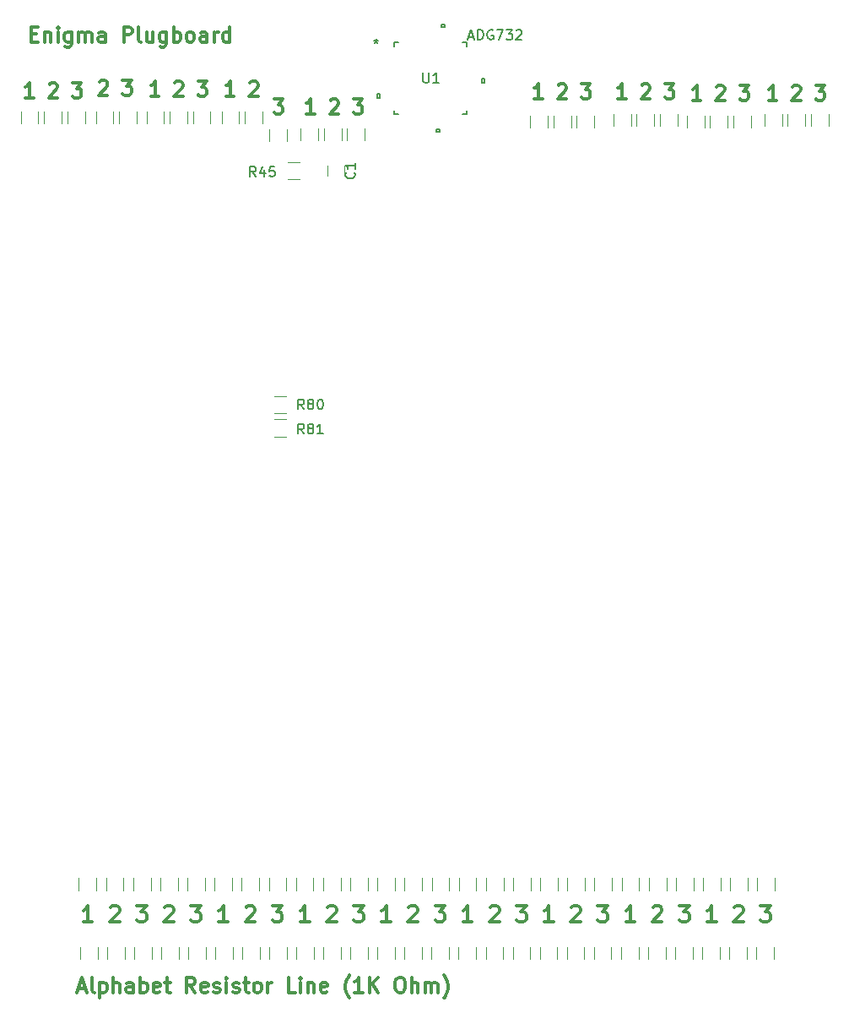
<source format=gto>
G04 #@! TF.GenerationSoftware,KiCad,Pcbnew,5.0.0-fee4fd1~66~ubuntu18.04.1*
G04 #@! TF.CreationDate,2018-11-16T02:20:25-05:00*
G04 #@! TF.ProjectId,plugboard,706C7567626F6172642E6B696361645F,rev?*
G04 #@! TF.SameCoordinates,Original*
G04 #@! TF.FileFunction,Legend,Top*
G04 #@! TF.FilePolarity,Positive*
%FSLAX46Y46*%
G04 Gerber Fmt 4.6, Leading zero omitted, Abs format (unit mm)*
G04 Created by KiCad (PCBNEW 5.0.0-fee4fd1~66~ubuntu18.04.1) date Fri Nov 16 02:20:25 2018*
%MOMM*%
%LPD*%
G01*
G04 APERTURE LIST*
%ADD10C,0.300000*%
%ADD11C,0.120000*%
%ADD12C,0.152400*%
%ADD13C,0.150000*%
G04 APERTURE END LIST*
D10*
X99612142Y-83966857D02*
X100112142Y-83966857D01*
X100326428Y-84752571D02*
X99612142Y-84752571D01*
X99612142Y-83252571D01*
X100326428Y-83252571D01*
X100969285Y-83752571D02*
X100969285Y-84752571D01*
X100969285Y-83895428D02*
X101040714Y-83824000D01*
X101183571Y-83752571D01*
X101397857Y-83752571D01*
X101540714Y-83824000D01*
X101612142Y-83966857D01*
X101612142Y-84752571D01*
X102326428Y-84752571D02*
X102326428Y-83752571D01*
X102326428Y-83252571D02*
X102255000Y-83324000D01*
X102326428Y-83395428D01*
X102397857Y-83324000D01*
X102326428Y-83252571D01*
X102326428Y-83395428D01*
X103683571Y-83752571D02*
X103683571Y-84966857D01*
X103612142Y-85109714D01*
X103540714Y-85181142D01*
X103397857Y-85252571D01*
X103183571Y-85252571D01*
X103040714Y-85181142D01*
X103683571Y-84681142D02*
X103540714Y-84752571D01*
X103255000Y-84752571D01*
X103112142Y-84681142D01*
X103040714Y-84609714D01*
X102969285Y-84466857D01*
X102969285Y-84038285D01*
X103040714Y-83895428D01*
X103112142Y-83824000D01*
X103255000Y-83752571D01*
X103540714Y-83752571D01*
X103683571Y-83824000D01*
X104397857Y-84752571D02*
X104397857Y-83752571D01*
X104397857Y-83895428D02*
X104469285Y-83824000D01*
X104612142Y-83752571D01*
X104826428Y-83752571D01*
X104969285Y-83824000D01*
X105040714Y-83966857D01*
X105040714Y-84752571D01*
X105040714Y-83966857D02*
X105112142Y-83824000D01*
X105255000Y-83752571D01*
X105469285Y-83752571D01*
X105612142Y-83824000D01*
X105683571Y-83966857D01*
X105683571Y-84752571D01*
X107040714Y-84752571D02*
X107040714Y-83966857D01*
X106969285Y-83824000D01*
X106826428Y-83752571D01*
X106540714Y-83752571D01*
X106397857Y-83824000D01*
X107040714Y-84681142D02*
X106897857Y-84752571D01*
X106540714Y-84752571D01*
X106397857Y-84681142D01*
X106326428Y-84538285D01*
X106326428Y-84395428D01*
X106397857Y-84252571D01*
X106540714Y-84181142D01*
X106897857Y-84181142D01*
X107040714Y-84109714D01*
X108897857Y-84752571D02*
X108897857Y-83252571D01*
X109469285Y-83252571D01*
X109612142Y-83324000D01*
X109683571Y-83395428D01*
X109755000Y-83538285D01*
X109755000Y-83752571D01*
X109683571Y-83895428D01*
X109612142Y-83966857D01*
X109469285Y-84038285D01*
X108897857Y-84038285D01*
X110612142Y-84752571D02*
X110469285Y-84681142D01*
X110397857Y-84538285D01*
X110397857Y-83252571D01*
X111826428Y-83752571D02*
X111826428Y-84752571D01*
X111183571Y-83752571D02*
X111183571Y-84538285D01*
X111255000Y-84681142D01*
X111397857Y-84752571D01*
X111612142Y-84752571D01*
X111755000Y-84681142D01*
X111826428Y-84609714D01*
X113183571Y-83752571D02*
X113183571Y-84966857D01*
X113112142Y-85109714D01*
X113040714Y-85181142D01*
X112897857Y-85252571D01*
X112683571Y-85252571D01*
X112540714Y-85181142D01*
X113183571Y-84681142D02*
X113040714Y-84752571D01*
X112755000Y-84752571D01*
X112612142Y-84681142D01*
X112540714Y-84609714D01*
X112469285Y-84466857D01*
X112469285Y-84038285D01*
X112540714Y-83895428D01*
X112612142Y-83824000D01*
X112755000Y-83752571D01*
X113040714Y-83752571D01*
X113183571Y-83824000D01*
X113897857Y-84752571D02*
X113897857Y-83252571D01*
X113897857Y-83824000D02*
X114040714Y-83752571D01*
X114326428Y-83752571D01*
X114469285Y-83824000D01*
X114540714Y-83895428D01*
X114612142Y-84038285D01*
X114612142Y-84466857D01*
X114540714Y-84609714D01*
X114469285Y-84681142D01*
X114326428Y-84752571D01*
X114040714Y-84752571D01*
X113897857Y-84681142D01*
X115469285Y-84752571D02*
X115326428Y-84681142D01*
X115255000Y-84609714D01*
X115183571Y-84466857D01*
X115183571Y-84038285D01*
X115255000Y-83895428D01*
X115326428Y-83824000D01*
X115469285Y-83752571D01*
X115683571Y-83752571D01*
X115826428Y-83824000D01*
X115897857Y-83895428D01*
X115969285Y-84038285D01*
X115969285Y-84466857D01*
X115897857Y-84609714D01*
X115826428Y-84681142D01*
X115683571Y-84752571D01*
X115469285Y-84752571D01*
X117255000Y-84752571D02*
X117255000Y-83966857D01*
X117183571Y-83824000D01*
X117040714Y-83752571D01*
X116755000Y-83752571D01*
X116612142Y-83824000D01*
X117255000Y-84681142D02*
X117112142Y-84752571D01*
X116755000Y-84752571D01*
X116612142Y-84681142D01*
X116540714Y-84538285D01*
X116540714Y-84395428D01*
X116612142Y-84252571D01*
X116755000Y-84181142D01*
X117112142Y-84181142D01*
X117255000Y-84109714D01*
X117969285Y-84752571D02*
X117969285Y-83752571D01*
X117969285Y-84038285D02*
X118040714Y-83895428D01*
X118112142Y-83824000D01*
X118255000Y-83752571D01*
X118397857Y-83752571D01*
X119540714Y-84752571D02*
X119540714Y-83252571D01*
X119540714Y-84681142D02*
X119397857Y-84752571D01*
X119112142Y-84752571D01*
X118969285Y-84681142D01*
X118897857Y-84609714D01*
X118826428Y-84466857D01*
X118826428Y-84038285D01*
X118897857Y-83895428D01*
X118969285Y-83824000D01*
X119112142Y-83752571D01*
X119397857Y-83752571D01*
X119540714Y-83824000D01*
X104364571Y-179574000D02*
X105078857Y-179574000D01*
X104221714Y-180002571D02*
X104721714Y-178502571D01*
X105221714Y-180002571D01*
X105935999Y-180002571D02*
X105793142Y-179931142D01*
X105721714Y-179788285D01*
X105721714Y-178502571D01*
X106507428Y-179002571D02*
X106507428Y-180502571D01*
X106507428Y-179074000D02*
X106650285Y-179002571D01*
X106935999Y-179002571D01*
X107078857Y-179074000D01*
X107150285Y-179145428D01*
X107221714Y-179288285D01*
X107221714Y-179716857D01*
X107150285Y-179859714D01*
X107078857Y-179931142D01*
X106935999Y-180002571D01*
X106650285Y-180002571D01*
X106507428Y-179931142D01*
X107864571Y-180002571D02*
X107864571Y-178502571D01*
X108507428Y-180002571D02*
X108507428Y-179216857D01*
X108435999Y-179074000D01*
X108293142Y-179002571D01*
X108078857Y-179002571D01*
X107935999Y-179074000D01*
X107864571Y-179145428D01*
X109864571Y-180002571D02*
X109864571Y-179216857D01*
X109793142Y-179074000D01*
X109650285Y-179002571D01*
X109364571Y-179002571D01*
X109221714Y-179074000D01*
X109864571Y-179931142D02*
X109721714Y-180002571D01*
X109364571Y-180002571D01*
X109221714Y-179931142D01*
X109150285Y-179788285D01*
X109150285Y-179645428D01*
X109221714Y-179502571D01*
X109364571Y-179431142D01*
X109721714Y-179431142D01*
X109864571Y-179359714D01*
X110578857Y-180002571D02*
X110578857Y-178502571D01*
X110578857Y-179074000D02*
X110721714Y-179002571D01*
X111007428Y-179002571D01*
X111150285Y-179074000D01*
X111221714Y-179145428D01*
X111293142Y-179288285D01*
X111293142Y-179716857D01*
X111221714Y-179859714D01*
X111150285Y-179931142D01*
X111007428Y-180002571D01*
X110721714Y-180002571D01*
X110578857Y-179931142D01*
X112507428Y-179931142D02*
X112364571Y-180002571D01*
X112078857Y-180002571D01*
X111935999Y-179931142D01*
X111864571Y-179788285D01*
X111864571Y-179216857D01*
X111935999Y-179074000D01*
X112078857Y-179002571D01*
X112364571Y-179002571D01*
X112507428Y-179074000D01*
X112578857Y-179216857D01*
X112578857Y-179359714D01*
X111864571Y-179502571D01*
X113007428Y-179002571D02*
X113578857Y-179002571D01*
X113221714Y-178502571D02*
X113221714Y-179788285D01*
X113293142Y-179931142D01*
X113435999Y-180002571D01*
X113578857Y-180002571D01*
X116078857Y-180002571D02*
X115578857Y-179288285D01*
X115221714Y-180002571D02*
X115221714Y-178502571D01*
X115793142Y-178502571D01*
X115935999Y-178574000D01*
X116007428Y-178645428D01*
X116078857Y-178788285D01*
X116078857Y-179002571D01*
X116007428Y-179145428D01*
X115935999Y-179216857D01*
X115793142Y-179288285D01*
X115221714Y-179288285D01*
X117293142Y-179931142D02*
X117150285Y-180002571D01*
X116864571Y-180002571D01*
X116721714Y-179931142D01*
X116650285Y-179788285D01*
X116650285Y-179216857D01*
X116721714Y-179074000D01*
X116864571Y-179002571D01*
X117150285Y-179002571D01*
X117293142Y-179074000D01*
X117364571Y-179216857D01*
X117364571Y-179359714D01*
X116650285Y-179502571D01*
X117935999Y-179931142D02*
X118078857Y-180002571D01*
X118364571Y-180002571D01*
X118507428Y-179931142D01*
X118578857Y-179788285D01*
X118578857Y-179716857D01*
X118507428Y-179574000D01*
X118364571Y-179502571D01*
X118150285Y-179502571D01*
X118007428Y-179431142D01*
X117935999Y-179288285D01*
X117935999Y-179216857D01*
X118007428Y-179074000D01*
X118150285Y-179002571D01*
X118364571Y-179002571D01*
X118507428Y-179074000D01*
X119221714Y-180002571D02*
X119221714Y-179002571D01*
X119221714Y-178502571D02*
X119150285Y-178574000D01*
X119221714Y-178645428D01*
X119293142Y-178574000D01*
X119221714Y-178502571D01*
X119221714Y-178645428D01*
X119864571Y-179931142D02*
X120007428Y-180002571D01*
X120293142Y-180002571D01*
X120435999Y-179931142D01*
X120507428Y-179788285D01*
X120507428Y-179716857D01*
X120435999Y-179574000D01*
X120293142Y-179502571D01*
X120078857Y-179502571D01*
X119935999Y-179431142D01*
X119864571Y-179288285D01*
X119864571Y-179216857D01*
X119935999Y-179074000D01*
X120078857Y-179002571D01*
X120293142Y-179002571D01*
X120435999Y-179074000D01*
X120935999Y-179002571D02*
X121507428Y-179002571D01*
X121150285Y-178502571D02*
X121150285Y-179788285D01*
X121221714Y-179931142D01*
X121364571Y-180002571D01*
X121507428Y-180002571D01*
X122221714Y-180002571D02*
X122078857Y-179931142D01*
X122007428Y-179859714D01*
X121936000Y-179716857D01*
X121936000Y-179288285D01*
X122007428Y-179145428D01*
X122078857Y-179074000D01*
X122221714Y-179002571D01*
X122436000Y-179002571D01*
X122578857Y-179074000D01*
X122650285Y-179145428D01*
X122721714Y-179288285D01*
X122721714Y-179716857D01*
X122650285Y-179859714D01*
X122578857Y-179931142D01*
X122436000Y-180002571D01*
X122221714Y-180002571D01*
X123364571Y-180002571D02*
X123364571Y-179002571D01*
X123364571Y-179288285D02*
X123436000Y-179145428D01*
X123507428Y-179074000D01*
X123650285Y-179002571D01*
X123793142Y-179002571D01*
X126150285Y-180002571D02*
X125436000Y-180002571D01*
X125436000Y-178502571D01*
X126650285Y-180002571D02*
X126650285Y-179002571D01*
X126650285Y-178502571D02*
X126578857Y-178574000D01*
X126650285Y-178645428D01*
X126721714Y-178574000D01*
X126650285Y-178502571D01*
X126650285Y-178645428D01*
X127364571Y-179002571D02*
X127364571Y-180002571D01*
X127364571Y-179145428D02*
X127435999Y-179074000D01*
X127578857Y-179002571D01*
X127793142Y-179002571D01*
X127935999Y-179074000D01*
X128007428Y-179216857D01*
X128007428Y-180002571D01*
X129293142Y-179931142D02*
X129150285Y-180002571D01*
X128864571Y-180002571D01*
X128721714Y-179931142D01*
X128650285Y-179788285D01*
X128650285Y-179216857D01*
X128721714Y-179074000D01*
X128864571Y-179002571D01*
X129150285Y-179002571D01*
X129293142Y-179074000D01*
X129364571Y-179216857D01*
X129364571Y-179359714D01*
X128650285Y-179502571D01*
X131578857Y-180574000D02*
X131507428Y-180502571D01*
X131364571Y-180288285D01*
X131293142Y-180145428D01*
X131221714Y-179931142D01*
X131150285Y-179574000D01*
X131150285Y-179288285D01*
X131221714Y-178931142D01*
X131293142Y-178716857D01*
X131364571Y-178574000D01*
X131507428Y-178359714D01*
X131578857Y-178288285D01*
X132935999Y-180002571D02*
X132078857Y-180002571D01*
X132507428Y-180002571D02*
X132507428Y-178502571D01*
X132364571Y-178716857D01*
X132221714Y-178859714D01*
X132078857Y-178931142D01*
X133578857Y-180002571D02*
X133578857Y-178502571D01*
X134436000Y-180002571D02*
X133793142Y-179145428D01*
X134436000Y-178502571D02*
X133578857Y-179359714D01*
X136507428Y-178502571D02*
X136793142Y-178502571D01*
X136936000Y-178574000D01*
X137078857Y-178716857D01*
X137150285Y-179002571D01*
X137150285Y-179502571D01*
X137078857Y-179788285D01*
X136936000Y-179931142D01*
X136793142Y-180002571D01*
X136507428Y-180002571D01*
X136364571Y-179931142D01*
X136221714Y-179788285D01*
X136150285Y-179502571D01*
X136150285Y-179002571D01*
X136221714Y-178716857D01*
X136364571Y-178574000D01*
X136507428Y-178502571D01*
X137793142Y-180002571D02*
X137793142Y-178502571D01*
X138436000Y-180002571D02*
X138436000Y-179216857D01*
X138364571Y-179074000D01*
X138221714Y-179002571D01*
X138007428Y-179002571D01*
X137864571Y-179074000D01*
X137793142Y-179145428D01*
X139150285Y-180002571D02*
X139150285Y-179002571D01*
X139150285Y-179145428D02*
X139221714Y-179074000D01*
X139364571Y-179002571D01*
X139578857Y-179002571D01*
X139721714Y-179074000D01*
X139793142Y-179216857D01*
X139793142Y-180002571D01*
X139793142Y-179216857D02*
X139864571Y-179074000D01*
X140007428Y-179002571D01*
X140221714Y-179002571D01*
X140364571Y-179074000D01*
X140436000Y-179216857D01*
X140436000Y-180002571D01*
X141007428Y-180574000D02*
X141078857Y-180502571D01*
X141221714Y-180288285D01*
X141293142Y-180145428D01*
X141364571Y-179931142D01*
X141436000Y-179574000D01*
X141436000Y-179288285D01*
X141364571Y-178931142D01*
X141293142Y-178716857D01*
X141221714Y-178574000D01*
X141078857Y-178359714D01*
X141007428Y-178288285D01*
X174407285Y-90594571D02*
X173609000Y-90594571D01*
X174008142Y-90594571D02*
X174008142Y-89094571D01*
X173875095Y-89308857D01*
X173742047Y-89451714D01*
X173609000Y-89523142D01*
X176003857Y-89237428D02*
X176070380Y-89166000D01*
X176203428Y-89094571D01*
X176536047Y-89094571D01*
X176669095Y-89166000D01*
X176735619Y-89237428D01*
X176802142Y-89380285D01*
X176802142Y-89523142D01*
X176735619Y-89737428D01*
X175937333Y-90594571D01*
X176802142Y-90594571D01*
X178332190Y-89094571D02*
X179197000Y-89094571D01*
X178731333Y-89666000D01*
X178930904Y-89666000D01*
X179063952Y-89737428D01*
X179130476Y-89808857D01*
X179197000Y-89951714D01*
X179197000Y-90308857D01*
X179130476Y-90451714D01*
X179063952Y-90523142D01*
X178930904Y-90594571D01*
X178531761Y-90594571D01*
X178398714Y-90523142D01*
X178332190Y-90451714D01*
X166787285Y-90594571D02*
X165989000Y-90594571D01*
X166388142Y-90594571D02*
X166388142Y-89094571D01*
X166255095Y-89308857D01*
X166122047Y-89451714D01*
X165989000Y-89523142D01*
X168383857Y-89237428D02*
X168450380Y-89166000D01*
X168583428Y-89094571D01*
X168916047Y-89094571D01*
X169049095Y-89166000D01*
X169115619Y-89237428D01*
X169182142Y-89380285D01*
X169182142Y-89523142D01*
X169115619Y-89737428D01*
X168317333Y-90594571D01*
X169182142Y-90594571D01*
X170712190Y-89094571D02*
X171577000Y-89094571D01*
X171111333Y-89666000D01*
X171310904Y-89666000D01*
X171443952Y-89737428D01*
X171510476Y-89808857D01*
X171577000Y-89951714D01*
X171577000Y-90308857D01*
X171510476Y-90451714D01*
X171443952Y-90523142D01*
X171310904Y-90594571D01*
X170911761Y-90594571D01*
X170778714Y-90523142D01*
X170712190Y-90451714D01*
X159294285Y-90467571D02*
X158496000Y-90467571D01*
X158895142Y-90467571D02*
X158895142Y-88967571D01*
X158762095Y-89181857D01*
X158629047Y-89324714D01*
X158496000Y-89396142D01*
X160890857Y-89110428D02*
X160957380Y-89039000D01*
X161090428Y-88967571D01*
X161423047Y-88967571D01*
X161556095Y-89039000D01*
X161622619Y-89110428D01*
X161689142Y-89253285D01*
X161689142Y-89396142D01*
X161622619Y-89610428D01*
X160824333Y-90467571D01*
X161689142Y-90467571D01*
X163219190Y-88967571D02*
X164084000Y-88967571D01*
X163618333Y-89539000D01*
X163817904Y-89539000D01*
X163950952Y-89610428D01*
X164017476Y-89681857D01*
X164084000Y-89824714D01*
X164084000Y-90181857D01*
X164017476Y-90324714D01*
X163950952Y-90396142D01*
X163817904Y-90467571D01*
X163418761Y-90467571D01*
X163285714Y-90396142D01*
X163219190Y-90324714D01*
X150912285Y-90467571D02*
X150114000Y-90467571D01*
X150513142Y-90467571D02*
X150513142Y-88967571D01*
X150380095Y-89181857D01*
X150247047Y-89324714D01*
X150114000Y-89396142D01*
X152508857Y-89110428D02*
X152575380Y-89039000D01*
X152708428Y-88967571D01*
X153041047Y-88967571D01*
X153174095Y-89039000D01*
X153240619Y-89110428D01*
X153307142Y-89253285D01*
X153307142Y-89396142D01*
X153240619Y-89610428D01*
X152442333Y-90467571D01*
X153307142Y-90467571D01*
X154837190Y-88967571D02*
X155702000Y-88967571D01*
X155236333Y-89539000D01*
X155435904Y-89539000D01*
X155568952Y-89610428D01*
X155635476Y-89681857D01*
X155702000Y-89824714D01*
X155702000Y-90181857D01*
X155635476Y-90324714D01*
X155568952Y-90396142D01*
X155435904Y-90467571D01*
X155036761Y-90467571D01*
X154903714Y-90396142D01*
X154837190Y-90324714D01*
X128052285Y-91991571D02*
X127254000Y-91991571D01*
X127653142Y-91991571D02*
X127653142Y-90491571D01*
X127520095Y-90705857D01*
X127387047Y-90848714D01*
X127254000Y-90920142D01*
X129648857Y-90634428D02*
X129715380Y-90563000D01*
X129848428Y-90491571D01*
X130181047Y-90491571D01*
X130314095Y-90563000D01*
X130380619Y-90634428D01*
X130447142Y-90777285D01*
X130447142Y-90920142D01*
X130380619Y-91134428D01*
X129582333Y-91991571D01*
X130447142Y-91991571D01*
X131977190Y-90491571D02*
X132842000Y-90491571D01*
X132376333Y-91063000D01*
X132575904Y-91063000D01*
X132708952Y-91134428D01*
X132775476Y-91205857D01*
X132842000Y-91348714D01*
X132842000Y-91705857D01*
X132775476Y-91848714D01*
X132708952Y-91920142D01*
X132575904Y-91991571D01*
X132176761Y-91991571D01*
X132043714Y-91920142D01*
X131977190Y-91848714D01*
X123994333Y-90491571D02*
X124859142Y-90491571D01*
X124393476Y-91063000D01*
X124593047Y-91063000D01*
X124726095Y-91134428D01*
X124792619Y-91205857D01*
X124859142Y-91348714D01*
X124859142Y-91705857D01*
X124792619Y-91848714D01*
X124726095Y-91920142D01*
X124593047Y-91991571D01*
X124193904Y-91991571D01*
X124060857Y-91920142D01*
X123994333Y-91848714D01*
X119978714Y-90213571D02*
X119180428Y-90213571D01*
X119579571Y-90213571D02*
X119579571Y-88713571D01*
X119446523Y-88927857D01*
X119313476Y-89070714D01*
X119180428Y-89142142D01*
X121575285Y-88856428D02*
X121641809Y-88785000D01*
X121774857Y-88713571D01*
X122107476Y-88713571D01*
X122240523Y-88785000D01*
X122307047Y-88856428D01*
X122373571Y-88999285D01*
X122373571Y-89142142D01*
X122307047Y-89356428D01*
X121508761Y-90213571D01*
X122373571Y-90213571D01*
X112431285Y-90213571D02*
X111633000Y-90213571D01*
X112032142Y-90213571D02*
X112032142Y-88713571D01*
X111899095Y-88927857D01*
X111766047Y-89070714D01*
X111633000Y-89142142D01*
X114027857Y-88856428D02*
X114094380Y-88785000D01*
X114227428Y-88713571D01*
X114560047Y-88713571D01*
X114693095Y-88785000D01*
X114759619Y-88856428D01*
X114826142Y-88999285D01*
X114826142Y-89142142D01*
X114759619Y-89356428D01*
X113961333Y-90213571D01*
X114826142Y-90213571D01*
X116356190Y-88713571D02*
X117221000Y-88713571D01*
X116755333Y-89285000D01*
X116954904Y-89285000D01*
X117087952Y-89356428D01*
X117154476Y-89427857D01*
X117221000Y-89570714D01*
X117221000Y-89927857D01*
X117154476Y-90070714D01*
X117087952Y-90142142D01*
X116954904Y-90213571D01*
X116555761Y-90213571D01*
X116422714Y-90142142D01*
X116356190Y-90070714D01*
X106480428Y-88729428D02*
X106546952Y-88658000D01*
X106680000Y-88586571D01*
X107012619Y-88586571D01*
X107145666Y-88658000D01*
X107212190Y-88729428D01*
X107278714Y-88872285D01*
X107278714Y-89015142D01*
X107212190Y-89229428D01*
X106413904Y-90086571D01*
X107278714Y-90086571D01*
X108808761Y-88586571D02*
X109673571Y-88586571D01*
X109207904Y-89158000D01*
X109407476Y-89158000D01*
X109540523Y-89229428D01*
X109607047Y-89300857D01*
X109673571Y-89443714D01*
X109673571Y-89800857D01*
X109607047Y-89943714D01*
X109540523Y-90015142D01*
X109407476Y-90086571D01*
X109008333Y-90086571D01*
X108875285Y-90015142D01*
X108808761Y-89943714D01*
X99858285Y-90340571D02*
X99060000Y-90340571D01*
X99459142Y-90340571D02*
X99459142Y-88840571D01*
X99326095Y-89054857D01*
X99193047Y-89197714D01*
X99060000Y-89269142D01*
X101454857Y-88983428D02*
X101521380Y-88912000D01*
X101654428Y-88840571D01*
X101987047Y-88840571D01*
X102120095Y-88912000D01*
X102186619Y-88983428D01*
X102253142Y-89126285D01*
X102253142Y-89269142D01*
X102186619Y-89483428D01*
X101388333Y-90340571D01*
X102253142Y-90340571D01*
X103783190Y-88840571D02*
X104648000Y-88840571D01*
X104182333Y-89412000D01*
X104381904Y-89412000D01*
X104514952Y-89483428D01*
X104581476Y-89554857D01*
X104648000Y-89697714D01*
X104648000Y-90054857D01*
X104581476Y-90197714D01*
X104514952Y-90269142D01*
X104381904Y-90340571D01*
X103982761Y-90340571D01*
X103849714Y-90269142D01*
X103783190Y-90197714D01*
X105754714Y-172947390D02*
X104847571Y-172947390D01*
X105301142Y-172947390D02*
X105301142Y-171321790D01*
X105149952Y-171554019D01*
X104998761Y-171708838D01*
X104847571Y-171786247D01*
X107569000Y-171476609D02*
X107644595Y-171399200D01*
X107795785Y-171321790D01*
X108173761Y-171321790D01*
X108324952Y-171399200D01*
X108400547Y-171476609D01*
X108476142Y-171631428D01*
X108476142Y-171786247D01*
X108400547Y-172018476D01*
X107493404Y-172947390D01*
X108476142Y-172947390D01*
X110214833Y-171321790D02*
X111197571Y-171321790D01*
X110668404Y-171941066D01*
X110895190Y-171941066D01*
X111046380Y-172018476D01*
X111121976Y-172095885D01*
X111197571Y-172250704D01*
X111197571Y-172637752D01*
X111121976Y-172792571D01*
X111046380Y-172869980D01*
X110895190Y-172947390D01*
X110441619Y-172947390D01*
X110290428Y-172869980D01*
X110214833Y-172792571D01*
X113011857Y-171476609D02*
X113087452Y-171399200D01*
X113238642Y-171321790D01*
X113616619Y-171321790D01*
X113767809Y-171399200D01*
X113843404Y-171476609D01*
X113919000Y-171631428D01*
X113919000Y-171786247D01*
X113843404Y-172018476D01*
X112936261Y-172947390D01*
X113919000Y-172947390D01*
X115657690Y-171321790D02*
X116640428Y-171321790D01*
X116111261Y-171941066D01*
X116338047Y-171941066D01*
X116489238Y-172018476D01*
X116564833Y-172095885D01*
X116640428Y-172250704D01*
X116640428Y-172637752D01*
X116564833Y-172792571D01*
X116489238Y-172869980D01*
X116338047Y-172947390D01*
X115884476Y-172947390D01*
X115733285Y-172869980D01*
X115657690Y-172792571D01*
X119361857Y-172947390D02*
X118454714Y-172947390D01*
X118908285Y-172947390D02*
X118908285Y-171321790D01*
X118757095Y-171554019D01*
X118605904Y-171708838D01*
X118454714Y-171786247D01*
X121176142Y-171476609D02*
X121251738Y-171399200D01*
X121402928Y-171321790D01*
X121780904Y-171321790D01*
X121932095Y-171399200D01*
X122007690Y-171476609D01*
X122083285Y-171631428D01*
X122083285Y-171786247D01*
X122007690Y-172018476D01*
X121100547Y-172947390D01*
X122083285Y-172947390D01*
X123821976Y-171321790D02*
X124804714Y-171321790D01*
X124275547Y-171941066D01*
X124502333Y-171941066D01*
X124653523Y-172018476D01*
X124729119Y-172095885D01*
X124804714Y-172250704D01*
X124804714Y-172637752D01*
X124729119Y-172792571D01*
X124653523Y-172869980D01*
X124502333Y-172947390D01*
X124048761Y-172947390D01*
X123897571Y-172869980D01*
X123821976Y-172792571D01*
X127526142Y-172947390D02*
X126619000Y-172947390D01*
X127072571Y-172947390D02*
X127072571Y-171321790D01*
X126921380Y-171554019D01*
X126770190Y-171708838D01*
X126619000Y-171786247D01*
X129340428Y-171476609D02*
X129416023Y-171399200D01*
X129567214Y-171321790D01*
X129945190Y-171321790D01*
X130096380Y-171399200D01*
X130171976Y-171476609D01*
X130247571Y-171631428D01*
X130247571Y-171786247D01*
X130171976Y-172018476D01*
X129264833Y-172947390D01*
X130247571Y-172947390D01*
X131986261Y-171321790D02*
X132969000Y-171321790D01*
X132439833Y-171941066D01*
X132666619Y-171941066D01*
X132817809Y-172018476D01*
X132893404Y-172095885D01*
X132969000Y-172250704D01*
X132969000Y-172637752D01*
X132893404Y-172792571D01*
X132817809Y-172869980D01*
X132666619Y-172947390D01*
X132213047Y-172947390D01*
X132061857Y-172869980D01*
X131986261Y-172792571D01*
X135690428Y-172947390D02*
X134783285Y-172947390D01*
X135236857Y-172947390D02*
X135236857Y-171321790D01*
X135085666Y-171554019D01*
X134934476Y-171708838D01*
X134783285Y-171786247D01*
X137504714Y-171476609D02*
X137580309Y-171399200D01*
X137731500Y-171321790D01*
X138109476Y-171321790D01*
X138260666Y-171399200D01*
X138336261Y-171476609D01*
X138411857Y-171631428D01*
X138411857Y-171786247D01*
X138336261Y-172018476D01*
X137429119Y-172947390D01*
X138411857Y-172947390D01*
X140150547Y-171321790D02*
X141133285Y-171321790D01*
X140604119Y-171941066D01*
X140830904Y-171941066D01*
X140982095Y-172018476D01*
X141057690Y-172095885D01*
X141133285Y-172250704D01*
X141133285Y-172637752D01*
X141057690Y-172792571D01*
X140982095Y-172869980D01*
X140830904Y-172947390D01*
X140377333Y-172947390D01*
X140226142Y-172869980D01*
X140150547Y-172792571D01*
X143854714Y-172947390D02*
X142947571Y-172947390D01*
X143401142Y-172947390D02*
X143401142Y-171321790D01*
X143249952Y-171554019D01*
X143098761Y-171708838D01*
X142947571Y-171786247D01*
X145669000Y-171476609D02*
X145744595Y-171399200D01*
X145895785Y-171321790D01*
X146273761Y-171321790D01*
X146424952Y-171399200D01*
X146500547Y-171476609D01*
X146576142Y-171631428D01*
X146576142Y-171786247D01*
X146500547Y-172018476D01*
X145593404Y-172947390D01*
X146576142Y-172947390D01*
X148314833Y-171321790D02*
X149297571Y-171321790D01*
X148768404Y-171941066D01*
X148995190Y-171941066D01*
X149146380Y-172018476D01*
X149221976Y-172095885D01*
X149297571Y-172250704D01*
X149297571Y-172637752D01*
X149221976Y-172792571D01*
X149146380Y-172869980D01*
X148995190Y-172947390D01*
X148541619Y-172947390D01*
X148390428Y-172869980D01*
X148314833Y-172792571D01*
X152019000Y-172947390D02*
X151111857Y-172947390D01*
X151565428Y-172947390D02*
X151565428Y-171321790D01*
X151414238Y-171554019D01*
X151263047Y-171708838D01*
X151111857Y-171786247D01*
X153833285Y-171476609D02*
X153908880Y-171399200D01*
X154060071Y-171321790D01*
X154438047Y-171321790D01*
X154589238Y-171399200D01*
X154664833Y-171476609D01*
X154740428Y-171631428D01*
X154740428Y-171786247D01*
X154664833Y-172018476D01*
X153757690Y-172947390D01*
X154740428Y-172947390D01*
X156479119Y-171321790D02*
X157461857Y-171321790D01*
X156932690Y-171941066D01*
X157159476Y-171941066D01*
X157310666Y-172018476D01*
X157386261Y-172095885D01*
X157461857Y-172250704D01*
X157461857Y-172637752D01*
X157386261Y-172792571D01*
X157310666Y-172869980D01*
X157159476Y-172947390D01*
X156705904Y-172947390D01*
X156554714Y-172869980D01*
X156479119Y-172792571D01*
X160183285Y-172947390D02*
X159276142Y-172947390D01*
X159729714Y-172947390D02*
X159729714Y-171321790D01*
X159578523Y-171554019D01*
X159427333Y-171708838D01*
X159276142Y-171786247D01*
X161997571Y-171476609D02*
X162073166Y-171399200D01*
X162224357Y-171321790D01*
X162602333Y-171321790D01*
X162753523Y-171399200D01*
X162829119Y-171476609D01*
X162904714Y-171631428D01*
X162904714Y-171786247D01*
X162829119Y-172018476D01*
X161921976Y-172947390D01*
X162904714Y-172947390D01*
X164643404Y-171321790D02*
X165626142Y-171321790D01*
X165096976Y-171941066D01*
X165323761Y-171941066D01*
X165474952Y-172018476D01*
X165550547Y-172095885D01*
X165626142Y-172250704D01*
X165626142Y-172637752D01*
X165550547Y-172792571D01*
X165474952Y-172869980D01*
X165323761Y-172947390D01*
X164870190Y-172947390D01*
X164719000Y-172869980D01*
X164643404Y-172792571D01*
X168347571Y-172947390D02*
X167440428Y-172947390D01*
X167894000Y-172947390D02*
X167894000Y-171321790D01*
X167742809Y-171554019D01*
X167591619Y-171708838D01*
X167440428Y-171786247D01*
X170161857Y-171476609D02*
X170237452Y-171399200D01*
X170388642Y-171321790D01*
X170766619Y-171321790D01*
X170917809Y-171399200D01*
X170993404Y-171476609D01*
X171068999Y-171631428D01*
X171068999Y-171786247D01*
X170993404Y-172018476D01*
X170086261Y-172947390D01*
X171068999Y-172947390D01*
X172807690Y-171321790D02*
X173790428Y-171321790D01*
X173261261Y-171941066D01*
X173488047Y-171941066D01*
X173639238Y-172018476D01*
X173714833Y-172095885D01*
X173790428Y-172250704D01*
X173790428Y-172637752D01*
X173714833Y-172792571D01*
X173639238Y-172869980D01*
X173488047Y-172947390D01*
X173034476Y-172947390D01*
X172883285Y-172869980D01*
X172807690Y-172792571D01*
D11*
G04 #@! TO.C,C1*
X131025000Y-98163000D02*
X131025000Y-97163000D01*
X129325000Y-97163000D02*
X129325000Y-98163000D01*
G04 #@! TO.C,R1*
X106290000Y-175422000D02*
X106290000Y-176622000D01*
X104530000Y-176622000D02*
X104530000Y-175422000D01*
G04 #@! TO.C,R2*
X109002720Y-175422000D02*
X109002720Y-176622000D01*
X107242720Y-176622000D02*
X107242720Y-175422000D01*
G04 #@! TO.C,R3*
X111715440Y-175422000D02*
X111715440Y-176622000D01*
X109955440Y-176622000D02*
X109955440Y-175422000D01*
G04 #@! TO.C,R4*
X114428160Y-175422000D02*
X114428160Y-176622000D01*
X112668160Y-176622000D02*
X112668160Y-175422000D01*
G04 #@! TO.C,R5*
X117140880Y-175422000D02*
X117140880Y-176622000D01*
X115380880Y-176622000D02*
X115380880Y-175422000D01*
G04 #@! TO.C,R6*
X119853600Y-175422000D02*
X119853600Y-176622000D01*
X118093600Y-176622000D02*
X118093600Y-175422000D01*
G04 #@! TO.C,R7*
X120806320Y-176622000D02*
X120806320Y-175422000D01*
X122566320Y-175422000D02*
X122566320Y-176622000D01*
G04 #@! TO.C,R8*
X123519040Y-176622000D02*
X123519040Y-175422000D01*
X125279040Y-175422000D02*
X125279040Y-176622000D01*
G04 #@! TO.C,R9*
X127991760Y-175422000D02*
X127991760Y-176622000D01*
X126231760Y-176622000D02*
X126231760Y-175422000D01*
G04 #@! TO.C,R10*
X128944480Y-176622000D02*
X128944480Y-175422000D01*
X130704480Y-175422000D02*
X130704480Y-176622000D01*
G04 #@! TO.C,R11*
X131657200Y-176622000D02*
X131657200Y-175422000D01*
X133417200Y-175422000D02*
X133417200Y-176622000D01*
G04 #@! TO.C,R12*
X136129920Y-175422000D02*
X136129920Y-176622000D01*
X134369920Y-176622000D02*
X134369920Y-175422000D01*
G04 #@! TO.C,R13*
X138842640Y-175422000D02*
X138842640Y-176622000D01*
X137082640Y-176622000D02*
X137082640Y-175422000D01*
G04 #@! TO.C,R14*
X141555360Y-175422000D02*
X141555360Y-176622000D01*
X139795360Y-176622000D02*
X139795360Y-175422000D01*
G04 #@! TO.C,R15*
X144268080Y-175422000D02*
X144268080Y-176622000D01*
X142508080Y-176622000D02*
X142508080Y-175422000D01*
G04 #@! TO.C,R16*
X145220800Y-176622000D02*
X145220800Y-175422000D01*
X146980800Y-175422000D02*
X146980800Y-176622000D01*
G04 #@! TO.C,R17*
X147933520Y-176622000D02*
X147933520Y-175422000D01*
X149693520Y-175422000D02*
X149693520Y-176622000D01*
G04 #@! TO.C,R18*
X152406240Y-175422000D02*
X152406240Y-176622000D01*
X150646240Y-176622000D02*
X150646240Y-175422000D01*
G04 #@! TO.C,R19*
X153358960Y-176622000D02*
X153358960Y-175422000D01*
X155118960Y-175422000D02*
X155118960Y-176622000D01*
G04 #@! TO.C,R20*
X156071680Y-176622000D02*
X156071680Y-175422000D01*
X157831680Y-175422000D02*
X157831680Y-176622000D01*
G04 #@! TO.C,R21*
X158784400Y-176622000D02*
X158784400Y-175422000D01*
X160544400Y-175422000D02*
X160544400Y-176622000D01*
G04 #@! TO.C,R22*
X163257120Y-175422000D02*
X163257120Y-176622000D01*
X161497120Y-176622000D02*
X161497120Y-175422000D01*
G04 #@! TO.C,R23*
X164209840Y-176622000D02*
X164209840Y-175422000D01*
X165969840Y-175422000D02*
X165969840Y-176622000D01*
G04 #@! TO.C,R24*
X166922560Y-176622000D02*
X166922560Y-175422000D01*
X168682560Y-175422000D02*
X168682560Y-176622000D01*
G04 #@! TO.C,R25*
X171395280Y-175422000D02*
X171395280Y-176622000D01*
X169635280Y-176622000D02*
X169635280Y-175422000D01*
G04 #@! TO.C,R26*
X174108000Y-175422000D02*
X174108000Y-176622000D01*
X172348000Y-176622000D02*
X172348000Y-175422000D01*
G04 #@! TO.C,R27*
X106163000Y-168556662D02*
X106163000Y-169756662D01*
X104403000Y-169756662D02*
X104403000Y-168556662D01*
G04 #@! TO.C,R28*
X107125880Y-169756662D02*
X107125880Y-168556662D01*
X108885880Y-168556662D02*
X108885880Y-169756662D01*
G04 #@! TO.C,R29*
X109848760Y-169756662D02*
X109848760Y-168556662D01*
X111608760Y-168556662D02*
X111608760Y-169756662D01*
G04 #@! TO.C,R30*
X126186040Y-169756662D02*
X126186040Y-168556662D01*
X127946040Y-168556662D02*
X127946040Y-169756662D01*
G04 #@! TO.C,R31*
X130668920Y-168556662D02*
X130668920Y-169756662D01*
X128908920Y-169756662D02*
X128908920Y-168556662D01*
G04 #@! TO.C,R32*
X133391800Y-168556662D02*
X133391800Y-169756662D01*
X131631800Y-169756662D02*
X131631800Y-168556662D01*
G04 #@! TO.C,R33*
X152451960Y-168556662D02*
X152451960Y-169756662D01*
X150691960Y-169756662D02*
X150691960Y-168556662D01*
G04 #@! TO.C,R34*
X155174840Y-168556662D02*
X155174840Y-169756662D01*
X153414840Y-169756662D02*
X153414840Y-168556662D01*
G04 #@! TO.C,R35*
X156137720Y-169756662D02*
X156137720Y-168556662D01*
X157897720Y-168556662D02*
X157897720Y-169756662D01*
G04 #@! TO.C,R36*
X100342165Y-91729000D02*
X100342165Y-92929000D01*
X98582165Y-92929000D02*
X98582165Y-91729000D01*
G04 #@! TO.C,R37*
X102672850Y-91729000D02*
X102672850Y-92929000D01*
X100912850Y-92929000D02*
X100912850Y-91729000D01*
G04 #@! TO.C,R38*
X103243535Y-92929000D02*
X103243535Y-91729000D01*
X105003535Y-91729000D02*
X105003535Y-92929000D01*
G04 #@! TO.C,R39*
X120494371Y-91695672D02*
X120494371Y-92895672D01*
X118734371Y-92895672D02*
X118734371Y-91695672D01*
G04 #@! TO.C,R40*
X122825056Y-91695672D02*
X122825056Y-92895672D01*
X121065056Y-92895672D02*
X121065056Y-91695672D01*
G04 #@! TO.C,R41*
X125282741Y-93473672D02*
X125282741Y-94673672D01*
X123522741Y-94673672D02*
X123522741Y-93473672D01*
G04 #@! TO.C,R42*
X159792275Y-91983000D02*
X159792275Y-93183000D01*
X158032275Y-93183000D02*
X158032275Y-91983000D01*
G04 #@! TO.C,R43*
X160362960Y-93183000D02*
X160362960Y-91983000D01*
X162122960Y-91983000D02*
X162122960Y-93183000D01*
G04 #@! TO.C,R44*
X164453645Y-91983000D02*
X164453645Y-93183000D01*
X162693645Y-93183000D02*
X162693645Y-91983000D01*
G04 #@! TO.C,R45*
X125384000Y-96783000D02*
X126584000Y-96783000D01*
X126584000Y-98543000D02*
X125384000Y-98543000D01*
G04 #@! TO.C,R46*
X114331640Y-168556662D02*
X114331640Y-169756662D01*
X112571640Y-169756662D02*
X112571640Y-168556662D01*
G04 #@! TO.C,R47*
X117054520Y-168556662D02*
X117054520Y-169756662D01*
X115294520Y-169756662D02*
X115294520Y-168556662D01*
G04 #@! TO.C,R48*
X134354680Y-169756662D02*
X134354680Y-168556662D01*
X136114680Y-168556662D02*
X136114680Y-169756662D01*
G04 #@! TO.C,R49*
X137077560Y-169756662D02*
X137077560Y-168556662D01*
X138837560Y-168556662D02*
X138837560Y-169756662D01*
G04 #@! TO.C,R50*
X139800440Y-169756662D02*
X139800440Y-168556662D01*
X141560440Y-168556662D02*
X141560440Y-169756662D01*
G04 #@! TO.C,R51*
X160620600Y-168556662D02*
X160620600Y-169756662D01*
X158860600Y-169756662D02*
X158860600Y-168556662D01*
G04 #@! TO.C,R52*
X161583480Y-169756662D02*
X161583480Y-168556662D01*
X163343480Y-168556662D02*
X163343480Y-169756662D01*
G04 #@! TO.C,R53*
X166066360Y-168556662D02*
X166066360Y-169756662D01*
X164306360Y-169756662D02*
X164306360Y-168556662D01*
G04 #@! TO.C,R54*
X106117495Y-92929000D02*
X106117495Y-91729000D01*
X107877495Y-91729000D02*
X107877495Y-92929000D01*
G04 #@! TO.C,R55*
X108448180Y-92929000D02*
X108448180Y-91729000D01*
X110208180Y-91729000D02*
X110208180Y-92929000D01*
G04 #@! TO.C,R56*
X126653865Y-94580000D02*
X126653865Y-93380000D01*
X128413865Y-93380000D02*
X128413865Y-94580000D01*
G04 #@! TO.C,R57*
X130744550Y-93380000D02*
X130744550Y-94580000D01*
X128984550Y-94580000D02*
X128984550Y-93380000D01*
G04 #@! TO.C,R58*
X131315235Y-94580000D02*
X131315235Y-93380000D01*
X133075235Y-93380000D02*
X133075235Y-94580000D01*
G04 #@! TO.C,R59*
X167155920Y-92110000D02*
X167155920Y-93310000D01*
X165395920Y-93310000D02*
X165395920Y-92110000D01*
G04 #@! TO.C,R60*
X167726605Y-93310000D02*
X167726605Y-92110000D01*
X169486605Y-92110000D02*
X169486605Y-93310000D01*
G04 #@! TO.C,R61*
X171817290Y-92110000D02*
X171817290Y-93310000D01*
X170057290Y-93310000D02*
X170057290Y-92110000D01*
G04 #@! TO.C,R62*
X118017400Y-169756662D02*
X118017400Y-168556662D01*
X119777400Y-168556662D02*
X119777400Y-169756662D01*
G04 #@! TO.C,R63*
X120740280Y-169756662D02*
X120740280Y-168556662D01*
X122500280Y-168556662D02*
X122500280Y-169756662D01*
G04 #@! TO.C,R64*
X125223160Y-168556662D02*
X125223160Y-169756662D01*
X123463160Y-169756662D02*
X123463160Y-168556662D01*
G04 #@! TO.C,R65*
X144283320Y-168556662D02*
X144283320Y-169756662D01*
X142523320Y-169756662D02*
X142523320Y-168556662D01*
G04 #@! TO.C,R66*
X147006200Y-168556662D02*
X147006200Y-169756662D01*
X145246200Y-169756662D02*
X145246200Y-168556662D01*
G04 #@! TO.C,R67*
X147969080Y-169756662D02*
X147969080Y-168556662D01*
X149729080Y-168556662D02*
X149729080Y-169756662D01*
G04 #@! TO.C,R68*
X167029240Y-169756662D02*
X167029240Y-168556662D01*
X168789240Y-168556662D02*
X168789240Y-169756662D01*
G04 #@! TO.C,R69*
X171512120Y-168556662D02*
X171512120Y-169756662D01*
X169752120Y-169756662D02*
X169752120Y-168556662D01*
G04 #@! TO.C,R70*
X174235000Y-168556662D02*
X174235000Y-169756662D01*
X172475000Y-169756662D02*
X172475000Y-168556662D01*
G04 #@! TO.C,R71*
X111195140Y-92929000D02*
X111195140Y-91729000D01*
X112955140Y-91729000D02*
X112955140Y-92929000D01*
G04 #@! TO.C,R72*
X115285825Y-91729000D02*
X115285825Y-92929000D01*
X113525825Y-92929000D02*
X113525825Y-91729000D01*
G04 #@! TO.C,R73*
X115856510Y-92929000D02*
X115856510Y-91729000D01*
X117616510Y-91729000D02*
X117616510Y-92929000D01*
G04 #@! TO.C,R74*
X151443195Y-92110000D02*
X151443195Y-93310000D01*
X149683195Y-93310000D02*
X149683195Y-92110000D01*
G04 #@! TO.C,R75*
X153773880Y-92110000D02*
X153773880Y-93310000D01*
X152013880Y-93310000D02*
X152013880Y-92110000D01*
G04 #@! TO.C,R76*
X154344565Y-93310000D02*
X154344565Y-92110000D01*
X156104565Y-92110000D02*
X156104565Y-93310000D01*
G04 #@! TO.C,R77*
X174945250Y-91983000D02*
X174945250Y-93183000D01*
X173185250Y-93183000D02*
X173185250Y-91983000D01*
G04 #@! TO.C,R78*
X175515935Y-93183000D02*
X175515935Y-91983000D01*
X177275935Y-91983000D02*
X177275935Y-93183000D01*
G04 #@! TO.C,R79*
X177846620Y-93183000D02*
X177846620Y-91983000D01*
X179606620Y-91983000D02*
X179606620Y-93183000D01*
G04 #@! TO.C,R80*
X125187000Y-121993305D02*
X123987000Y-121993305D01*
X123987000Y-120233305D02*
X125187000Y-120233305D01*
G04 #@! TO.C,R81*
X125187000Y-124324000D02*
X123987000Y-124324000D01*
X123987000Y-122564000D02*
X125187000Y-122564000D01*
D12*
G04 #@! TO.C,U1*
X136067800Y-92024200D02*
X136477560Y-92024200D01*
X143332200Y-92024200D02*
X143332200Y-91614440D01*
X143332200Y-84759800D02*
X142922440Y-84759800D01*
X136067800Y-84759800D02*
X136067800Y-85169560D01*
X136067800Y-91614440D02*
X136067800Y-92024200D01*
X142922440Y-92024200D02*
X143332200Y-92024200D01*
X143332200Y-85169560D02*
X143332200Y-84759800D01*
X136477560Y-84759800D02*
X136067800Y-84759800D01*
X134340600Y-89951499D02*
X134340600Y-90332499D01*
X134340600Y-90332499D02*
X134594600Y-90332499D01*
X134594600Y-90332499D02*
X134594600Y-89951499D01*
X134594600Y-89951499D02*
X134340600Y-89951499D01*
X140259501Y-93497400D02*
X140259501Y-93751400D01*
X140259501Y-93751400D02*
X140640501Y-93751400D01*
X140640501Y-93751400D02*
X140640501Y-93497400D01*
X140640501Y-93497400D02*
X140259501Y-93497400D01*
X145059400Y-88451499D02*
X145059400Y-88832500D01*
X145059400Y-88832500D02*
X144805400Y-88832500D01*
X144805400Y-88832500D02*
X144805400Y-88451499D01*
X144805400Y-88451499D02*
X145059400Y-88451499D01*
X140759500Y-83286600D02*
X140759500Y-83032600D01*
X140759500Y-83032600D02*
X141140500Y-83032600D01*
X141140500Y-83032600D02*
X141140500Y-83286600D01*
X141140500Y-83286600D02*
X140759500Y-83286600D01*
G04 #@! TO.C,C1*
D13*
X132032142Y-97829666D02*
X132079761Y-97877285D01*
X132127380Y-98020142D01*
X132127380Y-98115380D01*
X132079761Y-98258238D01*
X131984523Y-98353476D01*
X131889285Y-98401095D01*
X131698809Y-98448714D01*
X131555952Y-98448714D01*
X131365476Y-98401095D01*
X131270238Y-98353476D01*
X131175000Y-98258238D01*
X131127380Y-98115380D01*
X131127380Y-98020142D01*
X131175000Y-97877285D01*
X131222619Y-97829666D01*
X132127380Y-96877285D02*
X132127380Y-97448714D01*
X132127380Y-97163000D02*
X131127380Y-97163000D01*
X131270238Y-97258238D01*
X131365476Y-97353476D01*
X131413095Y-97448714D01*
G04 #@! TO.C,R45*
X122166142Y-98242380D02*
X121832809Y-97766190D01*
X121594714Y-98242380D02*
X121594714Y-97242380D01*
X121975666Y-97242380D01*
X122070904Y-97290000D01*
X122118523Y-97337619D01*
X122166142Y-97432857D01*
X122166142Y-97575714D01*
X122118523Y-97670952D01*
X122070904Y-97718571D01*
X121975666Y-97766190D01*
X121594714Y-97766190D01*
X123023285Y-97575714D02*
X123023285Y-98242380D01*
X122785190Y-97194761D02*
X122547095Y-97909047D01*
X123166142Y-97909047D01*
X124023285Y-97242380D02*
X123547095Y-97242380D01*
X123499476Y-97718571D01*
X123547095Y-97670952D01*
X123642333Y-97623333D01*
X123880428Y-97623333D01*
X123975666Y-97670952D01*
X124023285Y-97718571D01*
X124070904Y-97813809D01*
X124070904Y-98051904D01*
X124023285Y-98147142D01*
X123975666Y-98194761D01*
X123880428Y-98242380D01*
X123642333Y-98242380D01*
X123547095Y-98194761D01*
X123499476Y-98147142D01*
G04 #@! TO.C,R80*
X126992142Y-121565685D02*
X126658809Y-121089495D01*
X126420714Y-121565685D02*
X126420714Y-120565685D01*
X126801666Y-120565685D01*
X126896904Y-120613305D01*
X126944523Y-120660924D01*
X126992142Y-120756162D01*
X126992142Y-120899019D01*
X126944523Y-120994257D01*
X126896904Y-121041876D01*
X126801666Y-121089495D01*
X126420714Y-121089495D01*
X127563571Y-120994257D02*
X127468333Y-120946638D01*
X127420714Y-120899019D01*
X127373095Y-120803781D01*
X127373095Y-120756162D01*
X127420714Y-120660924D01*
X127468333Y-120613305D01*
X127563571Y-120565685D01*
X127754047Y-120565685D01*
X127849285Y-120613305D01*
X127896904Y-120660924D01*
X127944523Y-120756162D01*
X127944523Y-120803781D01*
X127896904Y-120899019D01*
X127849285Y-120946638D01*
X127754047Y-120994257D01*
X127563571Y-120994257D01*
X127468333Y-121041876D01*
X127420714Y-121089495D01*
X127373095Y-121184733D01*
X127373095Y-121375209D01*
X127420714Y-121470447D01*
X127468333Y-121518066D01*
X127563571Y-121565685D01*
X127754047Y-121565685D01*
X127849285Y-121518066D01*
X127896904Y-121470447D01*
X127944523Y-121375209D01*
X127944523Y-121184733D01*
X127896904Y-121089495D01*
X127849285Y-121041876D01*
X127754047Y-120994257D01*
X128563571Y-120565685D02*
X128658809Y-120565685D01*
X128754047Y-120613305D01*
X128801666Y-120660924D01*
X128849285Y-120756162D01*
X128896904Y-120946638D01*
X128896904Y-121184733D01*
X128849285Y-121375209D01*
X128801666Y-121470447D01*
X128754047Y-121518066D01*
X128658809Y-121565685D01*
X128563571Y-121565685D01*
X128468333Y-121518066D01*
X128420714Y-121470447D01*
X128373095Y-121375209D01*
X128325476Y-121184733D01*
X128325476Y-120946638D01*
X128373095Y-120756162D01*
X128420714Y-120660924D01*
X128468333Y-120613305D01*
X128563571Y-120565685D01*
G04 #@! TO.C,R81*
X126992142Y-124023380D02*
X126658809Y-123547190D01*
X126420714Y-124023380D02*
X126420714Y-123023380D01*
X126801666Y-123023380D01*
X126896904Y-123071000D01*
X126944523Y-123118619D01*
X126992142Y-123213857D01*
X126992142Y-123356714D01*
X126944523Y-123451952D01*
X126896904Y-123499571D01*
X126801666Y-123547190D01*
X126420714Y-123547190D01*
X127563571Y-123451952D02*
X127468333Y-123404333D01*
X127420714Y-123356714D01*
X127373095Y-123261476D01*
X127373095Y-123213857D01*
X127420714Y-123118619D01*
X127468333Y-123071000D01*
X127563571Y-123023380D01*
X127754047Y-123023380D01*
X127849285Y-123071000D01*
X127896904Y-123118619D01*
X127944523Y-123213857D01*
X127944523Y-123261476D01*
X127896904Y-123356714D01*
X127849285Y-123404333D01*
X127754047Y-123451952D01*
X127563571Y-123451952D01*
X127468333Y-123499571D01*
X127420714Y-123547190D01*
X127373095Y-123642428D01*
X127373095Y-123832904D01*
X127420714Y-123928142D01*
X127468333Y-123975761D01*
X127563571Y-124023380D01*
X127754047Y-124023380D01*
X127849285Y-123975761D01*
X127896904Y-123928142D01*
X127944523Y-123832904D01*
X127944523Y-123642428D01*
X127896904Y-123547190D01*
X127849285Y-123499571D01*
X127754047Y-123451952D01*
X128896904Y-124023380D02*
X128325476Y-124023380D01*
X128611190Y-124023380D02*
X128611190Y-123023380D01*
X128515952Y-123166238D01*
X128420714Y-123261476D01*
X128325476Y-123309095D01*
G04 #@! TO.C,U1*
X138938095Y-87844380D02*
X138938095Y-88653904D01*
X138985714Y-88749142D01*
X139033333Y-88796761D01*
X139128571Y-88844380D01*
X139319047Y-88844380D01*
X139414285Y-88796761D01*
X139461904Y-88749142D01*
X139509523Y-88653904D01*
X139509523Y-87844380D01*
X140509523Y-88844380D02*
X139938095Y-88844380D01*
X140223809Y-88844380D02*
X140223809Y-87844380D01*
X140128571Y-87987238D01*
X140033333Y-88082476D01*
X139938095Y-88130095D01*
X143510333Y-84240666D02*
X143986523Y-84240666D01*
X143415095Y-84526380D02*
X143748428Y-83526380D01*
X144081761Y-84526380D01*
X144415095Y-84526380D02*
X144415095Y-83526380D01*
X144653190Y-83526380D01*
X144796047Y-83574000D01*
X144891285Y-83669238D01*
X144938904Y-83764476D01*
X144986523Y-83954952D01*
X144986523Y-84097809D01*
X144938904Y-84288285D01*
X144891285Y-84383523D01*
X144796047Y-84478761D01*
X144653190Y-84526380D01*
X144415095Y-84526380D01*
X145938904Y-83574000D02*
X145843666Y-83526380D01*
X145700809Y-83526380D01*
X145557952Y-83574000D01*
X145462714Y-83669238D01*
X145415095Y-83764476D01*
X145367476Y-83954952D01*
X145367476Y-84097809D01*
X145415095Y-84288285D01*
X145462714Y-84383523D01*
X145557952Y-84478761D01*
X145700809Y-84526380D01*
X145796047Y-84526380D01*
X145938904Y-84478761D01*
X145986523Y-84431142D01*
X145986523Y-84097809D01*
X145796047Y-84097809D01*
X146319857Y-83526380D02*
X146986523Y-83526380D01*
X146557952Y-84526380D01*
X147272238Y-83526380D02*
X147891285Y-83526380D01*
X147557952Y-83907333D01*
X147700809Y-83907333D01*
X147796047Y-83954952D01*
X147843666Y-84002571D01*
X147891285Y-84097809D01*
X147891285Y-84335904D01*
X147843666Y-84431142D01*
X147796047Y-84478761D01*
X147700809Y-84526380D01*
X147415095Y-84526380D01*
X147319857Y-84478761D01*
X147272238Y-84431142D01*
X148272238Y-83621619D02*
X148319857Y-83574000D01*
X148415095Y-83526380D01*
X148653190Y-83526380D01*
X148748428Y-83574000D01*
X148796047Y-83621619D01*
X148843666Y-83716857D01*
X148843666Y-83812095D01*
X148796047Y-83954952D01*
X148224619Y-84526380D01*
X148843666Y-84526380D01*
X134213600Y-84463380D02*
X134213600Y-84701476D01*
X133975504Y-84606238D02*
X134213600Y-84701476D01*
X134451695Y-84606238D01*
X134070742Y-84891952D02*
X134213600Y-84701476D01*
X134356457Y-84891952D01*
G04 #@! TD*
M02*

</source>
